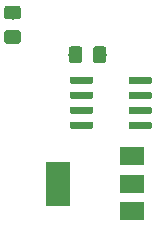
<source format=gbr>
G04 #@! TF.GenerationSoftware,KiCad,Pcbnew,(5.1.4)-1*
G04 #@! TF.CreationDate,2020-03-11T00:03:17-04:00*
G04 #@! TF.ProjectId,Psyduck,50737964-7563-46b2-9e6b-696361645f70,rev?*
G04 #@! TF.SameCoordinates,Original*
G04 #@! TF.FileFunction,Paste,Bot*
G04 #@! TF.FilePolarity,Positive*
%FSLAX46Y46*%
G04 Gerber Fmt 4.6, Leading zero omitted, Abs format (unit mm)*
G04 Created by KiCad (PCBNEW (5.1.4)-1) date 2020-03-11 00:03:17*
%MOMM*%
%LPD*%
G04 APERTURE LIST*
%ADD10C,0.100000*%
%ADD11C,1.150000*%
%ADD12R,2.000000X1.500000*%
%ADD13R,2.000000X3.800000*%
%ADD14C,0.600000*%
G04 APERTURE END LIST*
D10*
G36*
X36281505Y-20002204D02*
G01*
X36305773Y-20005804D01*
X36329572Y-20011765D01*
X36352671Y-20020030D01*
X36374850Y-20030520D01*
X36395893Y-20043132D01*
X36415599Y-20057747D01*
X36433777Y-20074223D01*
X36450253Y-20092401D01*
X36464868Y-20112107D01*
X36477480Y-20133150D01*
X36487970Y-20155329D01*
X36496235Y-20178428D01*
X36502196Y-20202227D01*
X36505796Y-20226495D01*
X36507000Y-20250999D01*
X36507000Y-21151001D01*
X36505796Y-21175505D01*
X36502196Y-21199773D01*
X36496235Y-21223572D01*
X36487970Y-21246671D01*
X36477480Y-21268850D01*
X36464868Y-21289893D01*
X36450253Y-21309599D01*
X36433777Y-21327777D01*
X36415599Y-21344253D01*
X36395893Y-21358868D01*
X36374850Y-21371480D01*
X36352671Y-21381970D01*
X36329572Y-21390235D01*
X36305773Y-21396196D01*
X36281505Y-21399796D01*
X36257001Y-21401000D01*
X35606999Y-21401000D01*
X35582495Y-21399796D01*
X35558227Y-21396196D01*
X35534428Y-21390235D01*
X35511329Y-21381970D01*
X35489150Y-21371480D01*
X35468107Y-21358868D01*
X35448401Y-21344253D01*
X35430223Y-21327777D01*
X35413747Y-21309599D01*
X35399132Y-21289893D01*
X35386520Y-21268850D01*
X35376030Y-21246671D01*
X35367765Y-21223572D01*
X35361804Y-21199773D01*
X35358204Y-21175505D01*
X35357000Y-21151001D01*
X35357000Y-20250999D01*
X35358204Y-20226495D01*
X35361804Y-20202227D01*
X35367765Y-20178428D01*
X35376030Y-20155329D01*
X35386520Y-20133150D01*
X35399132Y-20112107D01*
X35413747Y-20092401D01*
X35430223Y-20074223D01*
X35448401Y-20057747D01*
X35468107Y-20043132D01*
X35489150Y-20030520D01*
X35511329Y-20020030D01*
X35534428Y-20011765D01*
X35558227Y-20005804D01*
X35582495Y-20002204D01*
X35606999Y-20001000D01*
X36257001Y-20001000D01*
X36281505Y-20002204D01*
X36281505Y-20002204D01*
G37*
D11*
X35932000Y-20701000D03*
D10*
G36*
X38331505Y-20002204D02*
G01*
X38355773Y-20005804D01*
X38379572Y-20011765D01*
X38402671Y-20020030D01*
X38424850Y-20030520D01*
X38445893Y-20043132D01*
X38465599Y-20057747D01*
X38483777Y-20074223D01*
X38500253Y-20092401D01*
X38514868Y-20112107D01*
X38527480Y-20133150D01*
X38537970Y-20155329D01*
X38546235Y-20178428D01*
X38552196Y-20202227D01*
X38555796Y-20226495D01*
X38557000Y-20250999D01*
X38557000Y-21151001D01*
X38555796Y-21175505D01*
X38552196Y-21199773D01*
X38546235Y-21223572D01*
X38537970Y-21246671D01*
X38527480Y-21268850D01*
X38514868Y-21289893D01*
X38500253Y-21309599D01*
X38483777Y-21327777D01*
X38465599Y-21344253D01*
X38445893Y-21358868D01*
X38424850Y-21371480D01*
X38402671Y-21381970D01*
X38379572Y-21390235D01*
X38355773Y-21396196D01*
X38331505Y-21399796D01*
X38307001Y-21401000D01*
X37656999Y-21401000D01*
X37632495Y-21399796D01*
X37608227Y-21396196D01*
X37584428Y-21390235D01*
X37561329Y-21381970D01*
X37539150Y-21371480D01*
X37518107Y-21358868D01*
X37498401Y-21344253D01*
X37480223Y-21327777D01*
X37463747Y-21309599D01*
X37449132Y-21289893D01*
X37436520Y-21268850D01*
X37426030Y-21246671D01*
X37417765Y-21223572D01*
X37411804Y-21199773D01*
X37408204Y-21175505D01*
X37407000Y-21151001D01*
X37407000Y-20250999D01*
X37408204Y-20226495D01*
X37411804Y-20202227D01*
X37417765Y-20178428D01*
X37426030Y-20155329D01*
X37436520Y-20133150D01*
X37449132Y-20112107D01*
X37463747Y-20092401D01*
X37480223Y-20074223D01*
X37498401Y-20057747D01*
X37518107Y-20043132D01*
X37539150Y-20030520D01*
X37561329Y-20020030D01*
X37584428Y-20011765D01*
X37608227Y-20005804D01*
X37632495Y-20002204D01*
X37656999Y-20001000D01*
X38307001Y-20001000D01*
X38331505Y-20002204D01*
X38331505Y-20002204D01*
G37*
D11*
X37982000Y-20701000D03*
D12*
X40717000Y-29323000D03*
X40717000Y-33923000D03*
X40717000Y-31623000D03*
D13*
X34417000Y-31623000D03*
D10*
G36*
X42241703Y-26370722D02*
G01*
X42256264Y-26372882D01*
X42270543Y-26376459D01*
X42284403Y-26381418D01*
X42297710Y-26387712D01*
X42310336Y-26395280D01*
X42322159Y-26404048D01*
X42333066Y-26413934D01*
X42342952Y-26424841D01*
X42351720Y-26436664D01*
X42359288Y-26449290D01*
X42365582Y-26462597D01*
X42370541Y-26476457D01*
X42374118Y-26490736D01*
X42376278Y-26505297D01*
X42377000Y-26520000D01*
X42377000Y-26820000D01*
X42376278Y-26834703D01*
X42374118Y-26849264D01*
X42370541Y-26863543D01*
X42365582Y-26877403D01*
X42359288Y-26890710D01*
X42351720Y-26903336D01*
X42342952Y-26915159D01*
X42333066Y-26926066D01*
X42322159Y-26935952D01*
X42310336Y-26944720D01*
X42297710Y-26952288D01*
X42284403Y-26958582D01*
X42270543Y-26963541D01*
X42256264Y-26967118D01*
X42241703Y-26969278D01*
X42227000Y-26970000D01*
X40577000Y-26970000D01*
X40562297Y-26969278D01*
X40547736Y-26967118D01*
X40533457Y-26963541D01*
X40519597Y-26958582D01*
X40506290Y-26952288D01*
X40493664Y-26944720D01*
X40481841Y-26935952D01*
X40470934Y-26926066D01*
X40461048Y-26915159D01*
X40452280Y-26903336D01*
X40444712Y-26890710D01*
X40438418Y-26877403D01*
X40433459Y-26863543D01*
X40429882Y-26849264D01*
X40427722Y-26834703D01*
X40427000Y-26820000D01*
X40427000Y-26520000D01*
X40427722Y-26505297D01*
X40429882Y-26490736D01*
X40433459Y-26476457D01*
X40438418Y-26462597D01*
X40444712Y-26449290D01*
X40452280Y-26436664D01*
X40461048Y-26424841D01*
X40470934Y-26413934D01*
X40481841Y-26404048D01*
X40493664Y-26395280D01*
X40506290Y-26387712D01*
X40519597Y-26381418D01*
X40533457Y-26376459D01*
X40547736Y-26372882D01*
X40562297Y-26370722D01*
X40577000Y-26370000D01*
X42227000Y-26370000D01*
X42241703Y-26370722D01*
X42241703Y-26370722D01*
G37*
D14*
X41402000Y-26670000D03*
D10*
G36*
X42241703Y-25100722D02*
G01*
X42256264Y-25102882D01*
X42270543Y-25106459D01*
X42284403Y-25111418D01*
X42297710Y-25117712D01*
X42310336Y-25125280D01*
X42322159Y-25134048D01*
X42333066Y-25143934D01*
X42342952Y-25154841D01*
X42351720Y-25166664D01*
X42359288Y-25179290D01*
X42365582Y-25192597D01*
X42370541Y-25206457D01*
X42374118Y-25220736D01*
X42376278Y-25235297D01*
X42377000Y-25250000D01*
X42377000Y-25550000D01*
X42376278Y-25564703D01*
X42374118Y-25579264D01*
X42370541Y-25593543D01*
X42365582Y-25607403D01*
X42359288Y-25620710D01*
X42351720Y-25633336D01*
X42342952Y-25645159D01*
X42333066Y-25656066D01*
X42322159Y-25665952D01*
X42310336Y-25674720D01*
X42297710Y-25682288D01*
X42284403Y-25688582D01*
X42270543Y-25693541D01*
X42256264Y-25697118D01*
X42241703Y-25699278D01*
X42227000Y-25700000D01*
X40577000Y-25700000D01*
X40562297Y-25699278D01*
X40547736Y-25697118D01*
X40533457Y-25693541D01*
X40519597Y-25688582D01*
X40506290Y-25682288D01*
X40493664Y-25674720D01*
X40481841Y-25665952D01*
X40470934Y-25656066D01*
X40461048Y-25645159D01*
X40452280Y-25633336D01*
X40444712Y-25620710D01*
X40438418Y-25607403D01*
X40433459Y-25593543D01*
X40429882Y-25579264D01*
X40427722Y-25564703D01*
X40427000Y-25550000D01*
X40427000Y-25250000D01*
X40427722Y-25235297D01*
X40429882Y-25220736D01*
X40433459Y-25206457D01*
X40438418Y-25192597D01*
X40444712Y-25179290D01*
X40452280Y-25166664D01*
X40461048Y-25154841D01*
X40470934Y-25143934D01*
X40481841Y-25134048D01*
X40493664Y-25125280D01*
X40506290Y-25117712D01*
X40519597Y-25111418D01*
X40533457Y-25106459D01*
X40547736Y-25102882D01*
X40562297Y-25100722D01*
X40577000Y-25100000D01*
X42227000Y-25100000D01*
X42241703Y-25100722D01*
X42241703Y-25100722D01*
G37*
D14*
X41402000Y-25400000D03*
D10*
G36*
X42241703Y-23830722D02*
G01*
X42256264Y-23832882D01*
X42270543Y-23836459D01*
X42284403Y-23841418D01*
X42297710Y-23847712D01*
X42310336Y-23855280D01*
X42322159Y-23864048D01*
X42333066Y-23873934D01*
X42342952Y-23884841D01*
X42351720Y-23896664D01*
X42359288Y-23909290D01*
X42365582Y-23922597D01*
X42370541Y-23936457D01*
X42374118Y-23950736D01*
X42376278Y-23965297D01*
X42377000Y-23980000D01*
X42377000Y-24280000D01*
X42376278Y-24294703D01*
X42374118Y-24309264D01*
X42370541Y-24323543D01*
X42365582Y-24337403D01*
X42359288Y-24350710D01*
X42351720Y-24363336D01*
X42342952Y-24375159D01*
X42333066Y-24386066D01*
X42322159Y-24395952D01*
X42310336Y-24404720D01*
X42297710Y-24412288D01*
X42284403Y-24418582D01*
X42270543Y-24423541D01*
X42256264Y-24427118D01*
X42241703Y-24429278D01*
X42227000Y-24430000D01*
X40577000Y-24430000D01*
X40562297Y-24429278D01*
X40547736Y-24427118D01*
X40533457Y-24423541D01*
X40519597Y-24418582D01*
X40506290Y-24412288D01*
X40493664Y-24404720D01*
X40481841Y-24395952D01*
X40470934Y-24386066D01*
X40461048Y-24375159D01*
X40452280Y-24363336D01*
X40444712Y-24350710D01*
X40438418Y-24337403D01*
X40433459Y-24323543D01*
X40429882Y-24309264D01*
X40427722Y-24294703D01*
X40427000Y-24280000D01*
X40427000Y-23980000D01*
X40427722Y-23965297D01*
X40429882Y-23950736D01*
X40433459Y-23936457D01*
X40438418Y-23922597D01*
X40444712Y-23909290D01*
X40452280Y-23896664D01*
X40461048Y-23884841D01*
X40470934Y-23873934D01*
X40481841Y-23864048D01*
X40493664Y-23855280D01*
X40506290Y-23847712D01*
X40519597Y-23841418D01*
X40533457Y-23836459D01*
X40547736Y-23832882D01*
X40562297Y-23830722D01*
X40577000Y-23830000D01*
X42227000Y-23830000D01*
X42241703Y-23830722D01*
X42241703Y-23830722D01*
G37*
D14*
X41402000Y-24130000D03*
D10*
G36*
X42241703Y-22560722D02*
G01*
X42256264Y-22562882D01*
X42270543Y-22566459D01*
X42284403Y-22571418D01*
X42297710Y-22577712D01*
X42310336Y-22585280D01*
X42322159Y-22594048D01*
X42333066Y-22603934D01*
X42342952Y-22614841D01*
X42351720Y-22626664D01*
X42359288Y-22639290D01*
X42365582Y-22652597D01*
X42370541Y-22666457D01*
X42374118Y-22680736D01*
X42376278Y-22695297D01*
X42377000Y-22710000D01*
X42377000Y-23010000D01*
X42376278Y-23024703D01*
X42374118Y-23039264D01*
X42370541Y-23053543D01*
X42365582Y-23067403D01*
X42359288Y-23080710D01*
X42351720Y-23093336D01*
X42342952Y-23105159D01*
X42333066Y-23116066D01*
X42322159Y-23125952D01*
X42310336Y-23134720D01*
X42297710Y-23142288D01*
X42284403Y-23148582D01*
X42270543Y-23153541D01*
X42256264Y-23157118D01*
X42241703Y-23159278D01*
X42227000Y-23160000D01*
X40577000Y-23160000D01*
X40562297Y-23159278D01*
X40547736Y-23157118D01*
X40533457Y-23153541D01*
X40519597Y-23148582D01*
X40506290Y-23142288D01*
X40493664Y-23134720D01*
X40481841Y-23125952D01*
X40470934Y-23116066D01*
X40461048Y-23105159D01*
X40452280Y-23093336D01*
X40444712Y-23080710D01*
X40438418Y-23067403D01*
X40433459Y-23053543D01*
X40429882Y-23039264D01*
X40427722Y-23024703D01*
X40427000Y-23010000D01*
X40427000Y-22710000D01*
X40427722Y-22695297D01*
X40429882Y-22680736D01*
X40433459Y-22666457D01*
X40438418Y-22652597D01*
X40444712Y-22639290D01*
X40452280Y-22626664D01*
X40461048Y-22614841D01*
X40470934Y-22603934D01*
X40481841Y-22594048D01*
X40493664Y-22585280D01*
X40506290Y-22577712D01*
X40519597Y-22571418D01*
X40533457Y-22566459D01*
X40547736Y-22562882D01*
X40562297Y-22560722D01*
X40577000Y-22560000D01*
X42227000Y-22560000D01*
X42241703Y-22560722D01*
X42241703Y-22560722D01*
G37*
D14*
X41402000Y-22860000D03*
D10*
G36*
X37291703Y-22560722D02*
G01*
X37306264Y-22562882D01*
X37320543Y-22566459D01*
X37334403Y-22571418D01*
X37347710Y-22577712D01*
X37360336Y-22585280D01*
X37372159Y-22594048D01*
X37383066Y-22603934D01*
X37392952Y-22614841D01*
X37401720Y-22626664D01*
X37409288Y-22639290D01*
X37415582Y-22652597D01*
X37420541Y-22666457D01*
X37424118Y-22680736D01*
X37426278Y-22695297D01*
X37427000Y-22710000D01*
X37427000Y-23010000D01*
X37426278Y-23024703D01*
X37424118Y-23039264D01*
X37420541Y-23053543D01*
X37415582Y-23067403D01*
X37409288Y-23080710D01*
X37401720Y-23093336D01*
X37392952Y-23105159D01*
X37383066Y-23116066D01*
X37372159Y-23125952D01*
X37360336Y-23134720D01*
X37347710Y-23142288D01*
X37334403Y-23148582D01*
X37320543Y-23153541D01*
X37306264Y-23157118D01*
X37291703Y-23159278D01*
X37277000Y-23160000D01*
X35627000Y-23160000D01*
X35612297Y-23159278D01*
X35597736Y-23157118D01*
X35583457Y-23153541D01*
X35569597Y-23148582D01*
X35556290Y-23142288D01*
X35543664Y-23134720D01*
X35531841Y-23125952D01*
X35520934Y-23116066D01*
X35511048Y-23105159D01*
X35502280Y-23093336D01*
X35494712Y-23080710D01*
X35488418Y-23067403D01*
X35483459Y-23053543D01*
X35479882Y-23039264D01*
X35477722Y-23024703D01*
X35477000Y-23010000D01*
X35477000Y-22710000D01*
X35477722Y-22695297D01*
X35479882Y-22680736D01*
X35483459Y-22666457D01*
X35488418Y-22652597D01*
X35494712Y-22639290D01*
X35502280Y-22626664D01*
X35511048Y-22614841D01*
X35520934Y-22603934D01*
X35531841Y-22594048D01*
X35543664Y-22585280D01*
X35556290Y-22577712D01*
X35569597Y-22571418D01*
X35583457Y-22566459D01*
X35597736Y-22562882D01*
X35612297Y-22560722D01*
X35627000Y-22560000D01*
X37277000Y-22560000D01*
X37291703Y-22560722D01*
X37291703Y-22560722D01*
G37*
D14*
X36452000Y-22860000D03*
D10*
G36*
X37291703Y-23830722D02*
G01*
X37306264Y-23832882D01*
X37320543Y-23836459D01*
X37334403Y-23841418D01*
X37347710Y-23847712D01*
X37360336Y-23855280D01*
X37372159Y-23864048D01*
X37383066Y-23873934D01*
X37392952Y-23884841D01*
X37401720Y-23896664D01*
X37409288Y-23909290D01*
X37415582Y-23922597D01*
X37420541Y-23936457D01*
X37424118Y-23950736D01*
X37426278Y-23965297D01*
X37427000Y-23980000D01*
X37427000Y-24280000D01*
X37426278Y-24294703D01*
X37424118Y-24309264D01*
X37420541Y-24323543D01*
X37415582Y-24337403D01*
X37409288Y-24350710D01*
X37401720Y-24363336D01*
X37392952Y-24375159D01*
X37383066Y-24386066D01*
X37372159Y-24395952D01*
X37360336Y-24404720D01*
X37347710Y-24412288D01*
X37334403Y-24418582D01*
X37320543Y-24423541D01*
X37306264Y-24427118D01*
X37291703Y-24429278D01*
X37277000Y-24430000D01*
X35627000Y-24430000D01*
X35612297Y-24429278D01*
X35597736Y-24427118D01*
X35583457Y-24423541D01*
X35569597Y-24418582D01*
X35556290Y-24412288D01*
X35543664Y-24404720D01*
X35531841Y-24395952D01*
X35520934Y-24386066D01*
X35511048Y-24375159D01*
X35502280Y-24363336D01*
X35494712Y-24350710D01*
X35488418Y-24337403D01*
X35483459Y-24323543D01*
X35479882Y-24309264D01*
X35477722Y-24294703D01*
X35477000Y-24280000D01*
X35477000Y-23980000D01*
X35477722Y-23965297D01*
X35479882Y-23950736D01*
X35483459Y-23936457D01*
X35488418Y-23922597D01*
X35494712Y-23909290D01*
X35502280Y-23896664D01*
X35511048Y-23884841D01*
X35520934Y-23873934D01*
X35531841Y-23864048D01*
X35543664Y-23855280D01*
X35556290Y-23847712D01*
X35569597Y-23841418D01*
X35583457Y-23836459D01*
X35597736Y-23832882D01*
X35612297Y-23830722D01*
X35627000Y-23830000D01*
X37277000Y-23830000D01*
X37291703Y-23830722D01*
X37291703Y-23830722D01*
G37*
D14*
X36452000Y-24130000D03*
D10*
G36*
X37291703Y-25100722D02*
G01*
X37306264Y-25102882D01*
X37320543Y-25106459D01*
X37334403Y-25111418D01*
X37347710Y-25117712D01*
X37360336Y-25125280D01*
X37372159Y-25134048D01*
X37383066Y-25143934D01*
X37392952Y-25154841D01*
X37401720Y-25166664D01*
X37409288Y-25179290D01*
X37415582Y-25192597D01*
X37420541Y-25206457D01*
X37424118Y-25220736D01*
X37426278Y-25235297D01*
X37427000Y-25250000D01*
X37427000Y-25550000D01*
X37426278Y-25564703D01*
X37424118Y-25579264D01*
X37420541Y-25593543D01*
X37415582Y-25607403D01*
X37409288Y-25620710D01*
X37401720Y-25633336D01*
X37392952Y-25645159D01*
X37383066Y-25656066D01*
X37372159Y-25665952D01*
X37360336Y-25674720D01*
X37347710Y-25682288D01*
X37334403Y-25688582D01*
X37320543Y-25693541D01*
X37306264Y-25697118D01*
X37291703Y-25699278D01*
X37277000Y-25700000D01*
X35627000Y-25700000D01*
X35612297Y-25699278D01*
X35597736Y-25697118D01*
X35583457Y-25693541D01*
X35569597Y-25688582D01*
X35556290Y-25682288D01*
X35543664Y-25674720D01*
X35531841Y-25665952D01*
X35520934Y-25656066D01*
X35511048Y-25645159D01*
X35502280Y-25633336D01*
X35494712Y-25620710D01*
X35488418Y-25607403D01*
X35483459Y-25593543D01*
X35479882Y-25579264D01*
X35477722Y-25564703D01*
X35477000Y-25550000D01*
X35477000Y-25250000D01*
X35477722Y-25235297D01*
X35479882Y-25220736D01*
X35483459Y-25206457D01*
X35488418Y-25192597D01*
X35494712Y-25179290D01*
X35502280Y-25166664D01*
X35511048Y-25154841D01*
X35520934Y-25143934D01*
X35531841Y-25134048D01*
X35543664Y-25125280D01*
X35556290Y-25117712D01*
X35569597Y-25111418D01*
X35583457Y-25106459D01*
X35597736Y-25102882D01*
X35612297Y-25100722D01*
X35627000Y-25100000D01*
X37277000Y-25100000D01*
X37291703Y-25100722D01*
X37291703Y-25100722D01*
G37*
D14*
X36452000Y-25400000D03*
D10*
G36*
X37291703Y-26370722D02*
G01*
X37306264Y-26372882D01*
X37320543Y-26376459D01*
X37334403Y-26381418D01*
X37347710Y-26387712D01*
X37360336Y-26395280D01*
X37372159Y-26404048D01*
X37383066Y-26413934D01*
X37392952Y-26424841D01*
X37401720Y-26436664D01*
X37409288Y-26449290D01*
X37415582Y-26462597D01*
X37420541Y-26476457D01*
X37424118Y-26490736D01*
X37426278Y-26505297D01*
X37427000Y-26520000D01*
X37427000Y-26820000D01*
X37426278Y-26834703D01*
X37424118Y-26849264D01*
X37420541Y-26863543D01*
X37415582Y-26877403D01*
X37409288Y-26890710D01*
X37401720Y-26903336D01*
X37392952Y-26915159D01*
X37383066Y-26926066D01*
X37372159Y-26935952D01*
X37360336Y-26944720D01*
X37347710Y-26952288D01*
X37334403Y-26958582D01*
X37320543Y-26963541D01*
X37306264Y-26967118D01*
X37291703Y-26969278D01*
X37277000Y-26970000D01*
X35627000Y-26970000D01*
X35612297Y-26969278D01*
X35597736Y-26967118D01*
X35583457Y-26963541D01*
X35569597Y-26958582D01*
X35556290Y-26952288D01*
X35543664Y-26944720D01*
X35531841Y-26935952D01*
X35520934Y-26926066D01*
X35511048Y-26915159D01*
X35502280Y-26903336D01*
X35494712Y-26890710D01*
X35488418Y-26877403D01*
X35483459Y-26863543D01*
X35479882Y-26849264D01*
X35477722Y-26834703D01*
X35477000Y-26820000D01*
X35477000Y-26520000D01*
X35477722Y-26505297D01*
X35479882Y-26490736D01*
X35483459Y-26476457D01*
X35488418Y-26462597D01*
X35494712Y-26449290D01*
X35502280Y-26436664D01*
X35511048Y-26424841D01*
X35520934Y-26413934D01*
X35531841Y-26404048D01*
X35543664Y-26395280D01*
X35556290Y-26387712D01*
X35569597Y-26381418D01*
X35583457Y-26376459D01*
X35597736Y-26372882D01*
X35612297Y-26370722D01*
X35627000Y-26370000D01*
X37277000Y-26370000D01*
X37291703Y-26370722D01*
X37291703Y-26370722D01*
G37*
D14*
X36452000Y-26670000D03*
D10*
G36*
X31081505Y-16571204D02*
G01*
X31105773Y-16574804D01*
X31129572Y-16580765D01*
X31152671Y-16589030D01*
X31174850Y-16599520D01*
X31195893Y-16612132D01*
X31215599Y-16626747D01*
X31233777Y-16643223D01*
X31250253Y-16661401D01*
X31264868Y-16681107D01*
X31277480Y-16702150D01*
X31287970Y-16724329D01*
X31296235Y-16747428D01*
X31302196Y-16771227D01*
X31305796Y-16795495D01*
X31307000Y-16819999D01*
X31307000Y-17470001D01*
X31305796Y-17494505D01*
X31302196Y-17518773D01*
X31296235Y-17542572D01*
X31287970Y-17565671D01*
X31277480Y-17587850D01*
X31264868Y-17608893D01*
X31250253Y-17628599D01*
X31233777Y-17646777D01*
X31215599Y-17663253D01*
X31195893Y-17677868D01*
X31174850Y-17690480D01*
X31152671Y-17700970D01*
X31129572Y-17709235D01*
X31105773Y-17715196D01*
X31081505Y-17718796D01*
X31057001Y-17720000D01*
X30156999Y-17720000D01*
X30132495Y-17718796D01*
X30108227Y-17715196D01*
X30084428Y-17709235D01*
X30061329Y-17700970D01*
X30039150Y-17690480D01*
X30018107Y-17677868D01*
X29998401Y-17663253D01*
X29980223Y-17646777D01*
X29963747Y-17628599D01*
X29949132Y-17608893D01*
X29936520Y-17587850D01*
X29926030Y-17565671D01*
X29917765Y-17542572D01*
X29911804Y-17518773D01*
X29908204Y-17494505D01*
X29907000Y-17470001D01*
X29907000Y-16819999D01*
X29908204Y-16795495D01*
X29911804Y-16771227D01*
X29917765Y-16747428D01*
X29926030Y-16724329D01*
X29936520Y-16702150D01*
X29949132Y-16681107D01*
X29963747Y-16661401D01*
X29980223Y-16643223D01*
X29998401Y-16626747D01*
X30018107Y-16612132D01*
X30039150Y-16599520D01*
X30061329Y-16589030D01*
X30084428Y-16580765D01*
X30108227Y-16574804D01*
X30132495Y-16571204D01*
X30156999Y-16570000D01*
X31057001Y-16570000D01*
X31081505Y-16571204D01*
X31081505Y-16571204D01*
G37*
D11*
X30607000Y-17145000D03*
D10*
G36*
X31081505Y-18621204D02*
G01*
X31105773Y-18624804D01*
X31129572Y-18630765D01*
X31152671Y-18639030D01*
X31174850Y-18649520D01*
X31195893Y-18662132D01*
X31215599Y-18676747D01*
X31233777Y-18693223D01*
X31250253Y-18711401D01*
X31264868Y-18731107D01*
X31277480Y-18752150D01*
X31287970Y-18774329D01*
X31296235Y-18797428D01*
X31302196Y-18821227D01*
X31305796Y-18845495D01*
X31307000Y-18869999D01*
X31307000Y-19520001D01*
X31305796Y-19544505D01*
X31302196Y-19568773D01*
X31296235Y-19592572D01*
X31287970Y-19615671D01*
X31277480Y-19637850D01*
X31264868Y-19658893D01*
X31250253Y-19678599D01*
X31233777Y-19696777D01*
X31215599Y-19713253D01*
X31195893Y-19727868D01*
X31174850Y-19740480D01*
X31152671Y-19750970D01*
X31129572Y-19759235D01*
X31105773Y-19765196D01*
X31081505Y-19768796D01*
X31057001Y-19770000D01*
X30156999Y-19770000D01*
X30132495Y-19768796D01*
X30108227Y-19765196D01*
X30084428Y-19759235D01*
X30061329Y-19750970D01*
X30039150Y-19740480D01*
X30018107Y-19727868D01*
X29998401Y-19713253D01*
X29980223Y-19696777D01*
X29963747Y-19678599D01*
X29949132Y-19658893D01*
X29936520Y-19637850D01*
X29926030Y-19615671D01*
X29917765Y-19592572D01*
X29911804Y-19568773D01*
X29908204Y-19544505D01*
X29907000Y-19520001D01*
X29907000Y-18869999D01*
X29908204Y-18845495D01*
X29911804Y-18821227D01*
X29917765Y-18797428D01*
X29926030Y-18774329D01*
X29936520Y-18752150D01*
X29949132Y-18731107D01*
X29963747Y-18711401D01*
X29980223Y-18693223D01*
X29998401Y-18676747D01*
X30018107Y-18662132D01*
X30039150Y-18649520D01*
X30061329Y-18639030D01*
X30084428Y-18630765D01*
X30108227Y-18624804D01*
X30132495Y-18621204D01*
X30156999Y-18620000D01*
X31057001Y-18620000D01*
X31081505Y-18621204D01*
X31081505Y-18621204D01*
G37*
D11*
X30607000Y-19195000D03*
M02*

</source>
